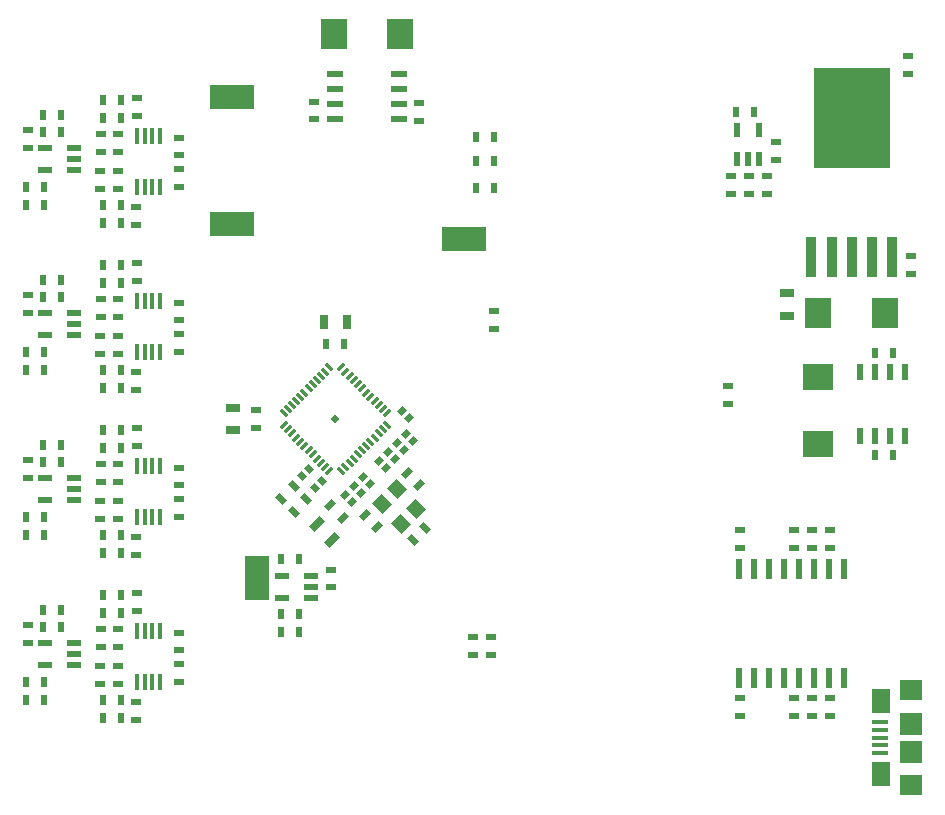
<source format=gtp>
G04*
G04 #@! TF.GenerationSoftware,Altium Limited,Altium Designer,20.1.14 (287)*
G04*
G04 Layer_Color=11511158*
%FSLAX25Y25*%
%MOIN*%
G70*
G04*
G04 #@! TF.SameCoordinates,7E8663BF-4854-4D1B-B95B-12141ED8005D*
G04*
G04*
G04 #@! TF.FilePolarity,Positive*
G04*
G01*
G75*
%ADD10P,0.02895X4X90.0*%
G04:AMPARAMS|DCode=11|XSize=31.47mil|YSize=9.81mil|CornerRadius=1.95mil|HoleSize=0mil|Usage=FLASHONLY|Rotation=315.000|XOffset=0mil|YOffset=0mil|HoleType=Round|Shape=RoundedRectangle|*
%AMROUNDEDRECTD11*
21,1,0.03147,0.00591,0,0,315.0*
21,1,0.02756,0.00981,0,0,315.0*
1,1,0.00391,0.00766,-0.01183*
1,1,0.00391,-0.01183,0.00766*
1,1,0.00391,-0.00766,0.01183*
1,1,0.00391,0.01183,-0.00766*
%
%ADD11ROUNDEDRECTD11*%
G04:AMPARAMS|DCode=12|XSize=31.47mil|YSize=9.81mil|CornerRadius=1.95mil|HoleSize=0mil|Usage=FLASHONLY|Rotation=225.000|XOffset=0mil|YOffset=0mil|HoleType=Round|Shape=RoundedRectangle|*
%AMROUNDEDRECTD12*
21,1,0.03147,0.00591,0,0,225.0*
21,1,0.02756,0.00981,0,0,225.0*
1,1,0.00391,-0.01183,-0.00766*
1,1,0.00391,0.00766,0.01183*
1,1,0.00391,0.01183,0.00766*
1,1,0.00391,-0.00766,-0.01183*
%
%ADD12ROUNDEDRECTD12*%
G04:AMPARAMS|DCode=13|XSize=23.23mil|YSize=24.8mil|CornerRadius=0mil|HoleSize=0mil|Usage=FLASHONLY|Rotation=135.000|XOffset=0mil|YOffset=0mil|HoleType=Round|Shape=Rectangle|*
%AMROTATEDRECTD13*
4,1,4,0.01698,0.00056,-0.00056,-0.01698,-0.01698,-0.00056,0.00056,0.01698,0.01698,0.00056,0.0*
%
%ADD13ROTATEDRECTD13*%

%ADD14R,0.05118X0.02756*%
%ADD15R,0.08900X0.09900*%
%ADD16R,0.03543X0.01968*%
%ADD17R,0.02200X0.05750*%
%ADD18R,0.03800X0.13800*%
%ADD19R,0.25800X0.33300*%
%ADD20R,0.02100X0.05000*%
%ADD21R,0.02000X0.06600*%
%ADD22R,0.01772X0.05709*%
G04:AMPARAMS|DCode=23|XSize=51.18mil|YSize=43.31mil|CornerRadius=0mil|HoleSize=0mil|Usage=FLASHONLY|Rotation=315.000|XOffset=0mil|YOffset=0mil|HoleType=Round|Shape=Rectangle|*
%AMROTATEDRECTD23*
4,1,4,-0.03341,0.00278,-0.00278,0.03341,0.03341,-0.00278,0.00278,-0.03341,-0.03341,0.00278,0.0*
%
%ADD23ROTATEDRECTD23*%

%ADD24R,0.07480X0.07480*%
%ADD25R,0.07480X0.07087*%
%ADD26R,0.06299X0.08268*%
%ADD27R,0.05315X0.01575*%
%ADD28R,0.15000X0.08000*%
%ADD29R,0.05000X0.02100*%
G04:AMPARAMS|DCode=30|XSize=27.56mil|YSize=51.18mil|CornerRadius=0mil|HoleSize=0mil|Usage=FLASHONLY|Rotation=135.000|XOffset=0mil|YOffset=0mil|HoleType=Round|Shape=Rectangle|*
%AMROTATEDRECTD30*
4,1,4,0.02784,0.00835,-0.00835,-0.02784,-0.02784,-0.00835,0.00835,0.02784,0.02784,0.00835,0.0*
%
%ADD30ROTATEDRECTD30*%

G04:AMPARAMS|DCode=31|XSize=19.68mil|YSize=35.43mil|CornerRadius=0mil|HoleSize=0mil|Usage=FLASHONLY|Rotation=135.000|XOffset=0mil|YOffset=0mil|HoleType=Round|Shape=Rectangle|*
%AMROTATEDRECTD31*
4,1,4,0.01949,0.00557,-0.00557,-0.01949,-0.01949,-0.00557,0.00557,0.01949,0.01949,0.00557,0.0*
%
%ADD31ROTATEDRECTD31*%

G04:AMPARAMS|DCode=32|XSize=23.23mil|YSize=24.8mil|CornerRadius=0mil|HoleSize=0mil|Usage=FLASHONLY|Rotation=225.000|XOffset=0mil|YOffset=0mil|HoleType=Round|Shape=Rectangle|*
%AMROTATEDRECTD32*
4,1,4,-0.00056,0.01698,0.01698,-0.00056,0.00056,-0.01698,-0.01698,0.00056,-0.00056,0.01698,0.0*
%
%ADD32ROTATEDRECTD32*%

G04:AMPARAMS|DCode=33|XSize=19.68mil|YSize=35.43mil|CornerRadius=0mil|HoleSize=0mil|Usage=FLASHONLY|Rotation=225.000|XOffset=0mil|YOffset=0mil|HoleType=Round|Shape=Rectangle|*
%AMROTATEDRECTD33*
4,1,4,-0.00557,0.01949,0.01949,-0.00557,0.00557,-0.01949,-0.01949,0.00557,-0.00557,0.01949,0.0*
%
%ADD33ROTATEDRECTD33*%

%ADD34R,0.01968X0.03543*%
%ADD35R,0.05750X0.02200*%
%ADD36R,0.02756X0.05118*%
%ADD37R,0.08000X0.15000*%
%ADD38R,0.09900X0.08900*%
D10*
X137000Y140000D02*
D03*
D11*
X119740Y141949D02*
D03*
X121132Y143341D02*
D03*
X122524Y144733D02*
D03*
X123916Y146124D02*
D03*
X125308Y147517D02*
D03*
X126700Y148908D02*
D03*
X128092Y150300D02*
D03*
X129483Y151692D02*
D03*
X130876Y153084D02*
D03*
X132267Y154476D02*
D03*
X133659Y155868D02*
D03*
X135051Y157260D02*
D03*
X154260Y138051D02*
D03*
X152868Y136659D02*
D03*
X151476Y135267D02*
D03*
X150084Y133876D02*
D03*
X148692Y132483D02*
D03*
X147300Y131092D02*
D03*
X145908Y129700D02*
D03*
X144517Y128308D02*
D03*
X143124Y126916D02*
D03*
X141733Y125524D02*
D03*
X140341Y124132D02*
D03*
X138949Y122740D02*
D03*
D12*
Y157260D02*
D03*
X140341Y155868D02*
D03*
X141733Y154476D02*
D03*
X143124Y153084D02*
D03*
X144517Y151692D02*
D03*
X145908Y150300D02*
D03*
X147300Y148908D02*
D03*
X148692Y147517D02*
D03*
X150084Y146124D02*
D03*
X151476Y144733D02*
D03*
X152868Y143341D02*
D03*
X154260Y141949D02*
D03*
X135051Y122740D02*
D03*
X133659Y124132D02*
D03*
X132267Y125524D02*
D03*
X130876Y126916D02*
D03*
X129483Y128308D02*
D03*
X128092Y129700D02*
D03*
X126700Y131092D02*
D03*
X125308Y132483D02*
D03*
X123916Y133876D02*
D03*
X122524Y135267D02*
D03*
X121132Y136659D02*
D03*
X119740Y138051D02*
D03*
D13*
X148569Y118331D02*
D03*
X146231Y120669D02*
D03*
X162769Y132631D02*
D03*
X160431Y134969D02*
D03*
X140331Y114769D02*
D03*
X142669Y112431D02*
D03*
X143231Y117669D02*
D03*
X145569Y115331D02*
D03*
X153769Y123631D02*
D03*
X151431Y125969D02*
D03*
X154431Y128969D02*
D03*
X156769Y126631D02*
D03*
X157431Y131969D02*
D03*
X159769Y129631D02*
D03*
X159331Y142669D02*
D03*
X161669Y140331D02*
D03*
D14*
X287500Y174500D02*
D03*
Y181980D02*
D03*
X103000Y143740D02*
D03*
Y136260D02*
D03*
D15*
X298000Y175500D02*
D03*
X320200D02*
D03*
X136400Y268500D02*
D03*
X158600D02*
D03*
D16*
X296000Y97047D02*
D03*
Y102953D02*
D03*
X281000Y215094D02*
D03*
Y221000D02*
D03*
X302000Y46953D02*
D03*
Y41047D02*
D03*
X296000Y46953D02*
D03*
Y41047D02*
D03*
X290000Y46953D02*
D03*
Y41047D02*
D03*
X272000Y46953D02*
D03*
Y41047D02*
D03*
X290000Y97047D02*
D03*
Y102953D02*
D03*
X302000Y102953D02*
D03*
Y97047D02*
D03*
X110500Y137047D02*
D03*
Y142953D02*
D03*
X165000Y245453D02*
D03*
Y239547D02*
D03*
X130000Y245906D02*
D03*
Y240000D02*
D03*
X84900Y168400D02*
D03*
Y162494D02*
D03*
Y117947D02*
D03*
Y123853D02*
D03*
X189000Y67453D02*
D03*
Y61547D02*
D03*
X183000Y67453D02*
D03*
Y61547D02*
D03*
X135500Y89906D02*
D03*
Y84000D02*
D03*
X84900Y107494D02*
D03*
Y113400D02*
D03*
X70600Y149747D02*
D03*
Y155653D02*
D03*
X71000Y131047D02*
D03*
Y136953D02*
D03*
X190000Y175953D02*
D03*
Y170047D02*
D03*
X84900Y52494D02*
D03*
Y58400D02*
D03*
X268000Y151000D02*
D03*
Y145094D02*
D03*
X71000Y241047D02*
D03*
Y246953D02*
D03*
X84900Y227947D02*
D03*
Y233853D02*
D03*
Y217494D02*
D03*
Y223400D02*
D03*
X70600Y204747D02*
D03*
Y210653D02*
D03*
X34500Y236453D02*
D03*
Y230547D02*
D03*
Y181453D02*
D03*
Y175547D02*
D03*
Y126453D02*
D03*
Y120547D02*
D03*
X58800Y119247D02*
D03*
Y125153D02*
D03*
X58700Y167753D02*
D03*
Y161847D02*
D03*
X64600Y125153D02*
D03*
Y119247D02*
D03*
X64700Y167753D02*
D03*
Y161847D02*
D03*
X58800Y180153D02*
D03*
Y174247D02*
D03*
X64600Y174247D02*
D03*
Y180153D02*
D03*
X269000Y215094D02*
D03*
Y221000D02*
D03*
X275000Y215094D02*
D03*
Y221000D02*
D03*
X272000Y97047D02*
D03*
Y102953D02*
D03*
X284000Y226547D02*
D03*
Y232453D02*
D03*
X328000Y260953D02*
D03*
Y255047D02*
D03*
X84900Y62947D02*
D03*
Y68853D02*
D03*
X70600Y39747D02*
D03*
Y45653D02*
D03*
X71000Y76047D02*
D03*
Y81953D02*
D03*
X70600Y94747D02*
D03*
Y100653D02*
D03*
X58700Y51847D02*
D03*
Y57753D02*
D03*
X58800Y64247D02*
D03*
Y70153D02*
D03*
X58700Y106847D02*
D03*
Y112753D02*
D03*
X64700Y51847D02*
D03*
Y57753D02*
D03*
X64600Y70153D02*
D03*
Y64247D02*
D03*
X64700Y106847D02*
D03*
Y112753D02*
D03*
X34500Y71453D02*
D03*
Y65547D02*
D03*
X71000Y186047D02*
D03*
Y191953D02*
D03*
X64600Y229247D02*
D03*
Y235153D02*
D03*
X58800Y235153D02*
D03*
Y229247D02*
D03*
X84900Y172947D02*
D03*
Y178853D02*
D03*
X64700Y222753D02*
D03*
Y216847D02*
D03*
X58700Y222753D02*
D03*
Y216847D02*
D03*
X329000Y188547D02*
D03*
Y194453D02*
D03*
D17*
X327000Y134275D02*
D03*
X322000D02*
D03*
X317000D02*
D03*
X312000D02*
D03*
Y155725D02*
D03*
X317000D02*
D03*
X322000D02*
D03*
X327000D02*
D03*
D18*
X295700Y194000D02*
D03*
X302400D02*
D03*
X309100D02*
D03*
X315800D02*
D03*
X322500D02*
D03*
D19*
X309100Y240450D02*
D03*
D20*
X270800Y226700D02*
D03*
X274500D02*
D03*
X278200D02*
D03*
Y236300D02*
D03*
X270800D02*
D03*
D21*
X271500Y53750D02*
D03*
X276500D02*
D03*
X281500D02*
D03*
X286500D02*
D03*
X291500D02*
D03*
X296500D02*
D03*
X301500D02*
D03*
X306500D02*
D03*
Y90250D02*
D03*
X301500D02*
D03*
X296500D02*
D03*
X291500D02*
D03*
X286500D02*
D03*
X281500D02*
D03*
X276500D02*
D03*
X271500D02*
D03*
D22*
X70861Y69365D02*
D03*
X73421D02*
D03*
X75980D02*
D03*
X78539D02*
D03*
Y52435D02*
D03*
X75980D02*
D03*
X73421D02*
D03*
X70861D02*
D03*
Y234365D02*
D03*
X73421D02*
D03*
X75980D02*
D03*
X78539D02*
D03*
Y217435D02*
D03*
X75980D02*
D03*
X73421D02*
D03*
X70861D02*
D03*
Y107435D02*
D03*
X73421D02*
D03*
X75980D02*
D03*
X78539D02*
D03*
Y124365D02*
D03*
X75980D02*
D03*
X73421D02*
D03*
X70861D02*
D03*
Y162435D02*
D03*
X73421D02*
D03*
X75980D02*
D03*
X78539D02*
D03*
Y179365D02*
D03*
X75980D02*
D03*
X73421D02*
D03*
X70861D02*
D03*
D23*
X152431Y111642D02*
D03*
X158834Y105239D02*
D03*
X163845Y110250D02*
D03*
X157442Y116653D02*
D03*
D24*
X329000Y38576D02*
D03*
Y29128D02*
D03*
D25*
Y49600D02*
D03*
Y18104D02*
D03*
D26*
X318961Y46057D02*
D03*
Y21647D02*
D03*
D27*
X318468Y38970D02*
D03*
Y36411D02*
D03*
Y33852D02*
D03*
Y31293D02*
D03*
Y28734D02*
D03*
D28*
X180000Y200000D02*
D03*
X102500Y247500D02*
D03*
Y205000D02*
D03*
D29*
X40353Y58000D02*
D03*
Y65400D02*
D03*
X49953D02*
D03*
Y61700D02*
D03*
Y58000D02*
D03*
X40353Y223000D02*
D03*
Y230400D02*
D03*
X49953D02*
D03*
Y226700D02*
D03*
Y223000D02*
D03*
X128800Y80300D02*
D03*
Y84000D02*
D03*
Y87700D02*
D03*
X119200D02*
D03*
Y80300D02*
D03*
X49953Y168000D02*
D03*
Y171700D02*
D03*
Y175400D02*
D03*
X40353D02*
D03*
Y168000D02*
D03*
Y113000D02*
D03*
Y120400D02*
D03*
X49953D02*
D03*
Y116700D02*
D03*
Y113000D02*
D03*
D30*
X130755Y105145D02*
D03*
X136045Y99855D02*
D03*
D31*
X146812Y108188D02*
D03*
X150988Y104012D02*
D03*
X139488Y107212D02*
D03*
X135312Y111388D02*
D03*
X160812Y122188D02*
D03*
X164988Y118012D02*
D03*
D32*
X130131Y116931D02*
D03*
X132469Y119269D02*
D03*
X128269Y123469D02*
D03*
X125931Y121131D02*
D03*
D33*
X123112Y109212D02*
D03*
X127288Y113388D02*
D03*
X118912Y113412D02*
D03*
X123088Y117588D02*
D03*
X166988Y103788D02*
D03*
X162812Y99612D02*
D03*
D34*
X189953Y234000D02*
D03*
X184047D02*
D03*
X134047Y165000D02*
D03*
X139953D02*
D03*
X124953Y69000D02*
D03*
X119047D02*
D03*
X124953Y75000D02*
D03*
X119047D02*
D03*
X124953Y93500D02*
D03*
X119047D02*
D03*
X317047Y162000D02*
D03*
X322953D02*
D03*
X317047Y128000D02*
D03*
X322953D02*
D03*
X276453Y242500D02*
D03*
X270547D02*
D03*
X184047Y217000D02*
D03*
X189953D02*
D03*
X184047Y226000D02*
D03*
X189953D02*
D03*
X59547Y246300D02*
D03*
X65453D02*
D03*
X34047Y217500D02*
D03*
X39953D02*
D03*
X39953Y211500D02*
D03*
X34047D02*
D03*
Y156500D02*
D03*
X39953D02*
D03*
X39953Y162500D02*
D03*
X34047D02*
D03*
X45453Y125651D02*
D03*
X39547D02*
D03*
X45453Y131500D02*
D03*
X39547D02*
D03*
X65453Y130300D02*
D03*
X59547D02*
D03*
X65500Y156500D02*
D03*
X59594D02*
D03*
X59547Y136300D02*
D03*
X65453D02*
D03*
X65453Y150500D02*
D03*
X59547D02*
D03*
X39547Y180651D02*
D03*
X45453D02*
D03*
X39547Y186500D02*
D03*
X45453D02*
D03*
X65453Y191300D02*
D03*
X59547D02*
D03*
X59547Y185300D02*
D03*
X65453D02*
D03*
X45453Y76500D02*
D03*
X39547D02*
D03*
X65453Y75300D02*
D03*
X59547D02*
D03*
X65500Y101500D02*
D03*
X59594D02*
D03*
X45453Y70651D02*
D03*
X39547D02*
D03*
X65500Y46500D02*
D03*
X59594D02*
D03*
X65453Y40500D02*
D03*
X59547D02*
D03*
X59547Y81300D02*
D03*
X65453D02*
D03*
X65453Y95500D02*
D03*
X59547D02*
D03*
X34047Y52500D02*
D03*
X39953D02*
D03*
X39953Y101500D02*
D03*
X34047D02*
D03*
X34047Y107500D02*
D03*
X39953D02*
D03*
X39953Y46500D02*
D03*
X34047D02*
D03*
X59594Y211500D02*
D03*
X65500D02*
D03*
X59547Y205500D02*
D03*
X65453D02*
D03*
X59547Y240300D02*
D03*
X65453D02*
D03*
X39547Y241500D02*
D03*
X45453D02*
D03*
X39547Y235651D02*
D03*
X45453D02*
D03*
D35*
X158225Y240000D02*
D03*
Y245000D02*
D03*
Y250000D02*
D03*
Y255000D02*
D03*
X136775D02*
D03*
Y250000D02*
D03*
Y245000D02*
D03*
Y240000D02*
D03*
D36*
X140740Y172500D02*
D03*
X133260D02*
D03*
D37*
X111000Y87000D02*
D03*
D38*
X298000Y154000D02*
D03*
Y131800D02*
D03*
M02*

</source>
